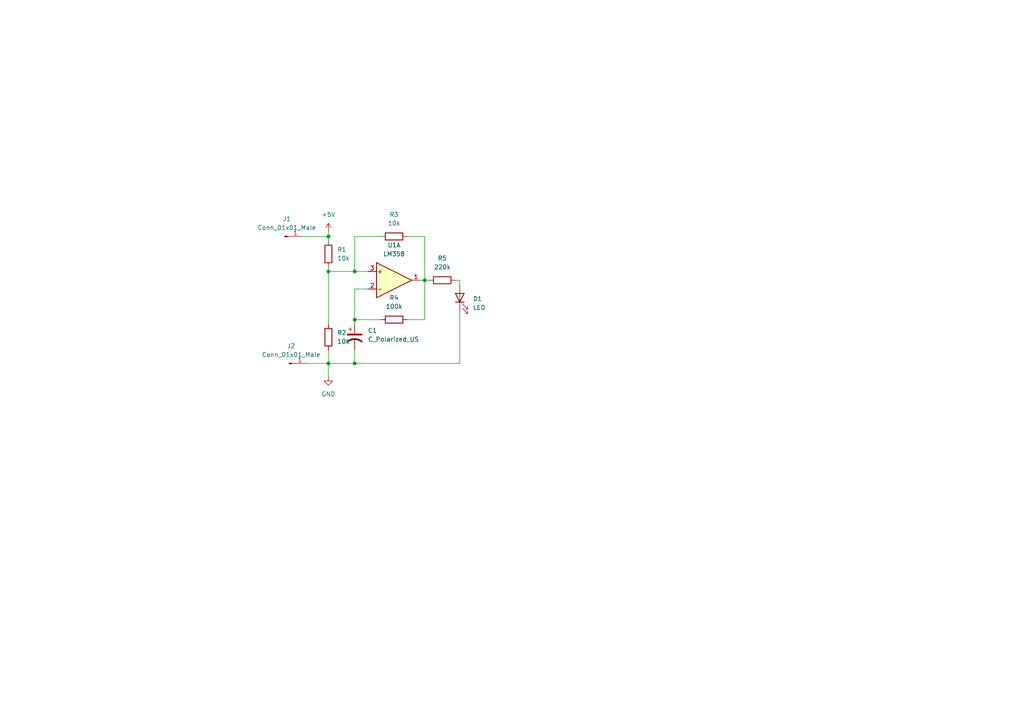
<source format=kicad_sch>
(kicad_sch (version 20230121) (generator eeschema)
  (paper "A4")
  (lib_symbols
    (symbol "Amplifier_Operational:LM358" (pin_names (offset 0.127))
      (property "Reference" "U" (at 0 5.08 0))
      (property "Value" "LM358" (at 0 -5.08 0))
      (symbol "LM358_1_1"
        (polyline (pts (xy -5.08 5.08) (xy 5.08 0) (xy -5.08 -5.08) (xy -5.08 5.08)) (stroke (width 0.254)) (fill (type background)))
        (pin output line (at 7.62 0 180) (length 2.54) (name "~") (number "1"))
        (pin input line (at -7.62 -2.54 0) (length 2.54) (name "-") (number "2"))
        (pin input line (at -7.62 2.54 0) (length 2.54) (name "+") (number "3"))
      )
      (symbol "LM358_2_1"
        (polyline (pts (xy -5.08 5.08) (xy 5.08 0) (xy -5.08 -5.08) (xy -5.08 5.08)) (stroke (width 0.254)) (fill (type background)))
        (pin input line (at -7.62 2.54 0) (length 2.54) (name "+") (number "5"))
        (pin input line (at -7.62 -2.54 0) (length 2.54) (name "-") (number "6"))
        (pin output line (at 7.62 0 180) (length 2.54) (name "~") (number "7"))
      )
      (symbol "LM358_3_1"
        (pin power_in line (at -2.54 -7.62 90) (length 3.81) (name "V-") (number "4"))
        (pin power_in line (at -2.54 7.62 270) (length 3.81) (name "V+") (number "8"))
      )
    )
    (symbol "Connector:Conn_01x01_Male" (pin_names (offset 1.016) hide)
      (property "Reference" "J" (at 0 2.54 0))
      (property "Value" "Conn_01x01_Male" (at 0 -2.54 0))
      (symbol "Conn_01x01_Male_1_1"
        (polyline (pts (xy 1.27 0) (xy 0.8636 0)) (stroke (width 0.1524)))
        (rectangle (start 0.8636 0.127) (end 0 -0.127) (stroke (width 0.1524)) (fill (type outline)))
        (pin passive line (at 5.08 0 180) (length 3.81) (name "Pin_1") (number "1"))
      )
    )
    (symbol "Device:C_Polarized_US" (pin_numbers hide) (pin_names (offset 0.254) hide)
      (property "Reference" "C" (at 0.635 2.54 0))
      (property "Value" "C_Polarized_US" (at 0.635 -2.54 0))
      (symbol "C_Polarized_US_0_1"
        (polyline (pts (xy -2.032 0.762) (xy 2.032 0.762)) (stroke (width 0.508)))
        (polyline (pts (xy -1.778 2.286) (xy -0.762 2.286)))
        (polyline (pts (xy -1.27 1.778) (xy -1.27 2.794)))
        (arc (start 2.032 -1.27) (mid 0 -0.5572) (end -2.032 -1.27) (stroke (width 0.508)))
      )
      (symbol "C_Polarized_US_1_1"
        (pin passive line (at 0 3.81 270) (length 2.794) (name "~") (number "1"))
        (pin passive line (at 0 -3.81 90) (length 3.302) (name "~") (number "2"))
      )
    )
    (symbol "Device:LED" (pin_numbers hide) (pin_names (offset 1.016) hide)
      (property "Reference" "D" (at 0 2.54 0))
      (property "Value" "LED" (at 0 -2.54 0))
      (symbol "LED_0_1"
        (polyline (pts (xy -1.27 -1.27) (xy -1.27 1.27)) (stroke (width 0.254)))
        (polyline (pts (xy -1.27 0) (xy 1.27 0)))
        (polyline (pts (xy 1.27 -1.27) (xy 1.27 1.27) (xy -1.27 0) (xy 1.27 -1.27)) (stroke (width 0.254)))
        (polyline (pts (xy -3.048 -0.762) (xy -4.572 -2.286) (xy -3.81 -2.286) (xy -4.572 -2.286) (xy -4.572 -1.524)))
        (polyline (pts (xy -1.778 -0.762) (xy -3.302 -2.286) (xy -2.54 -2.286) (xy -3.302 -2.286) (xy -3.302 -1.524)))
      )
      (symbol "LED_1_1"
        (pin passive line (at -3.81 0 0) (length 2.54) (name "K") (number "1"))
        (pin passive line (at 3.81 0 180) (length 2.54) (name "A") (number "2"))
      )
    )
    (symbol "Device:R" (pin_numbers hide) (pin_names (offset 0))
      (property "Reference" "R" (at 2.032 0 90))
      (property "Value" "R" (at 0 0 90))
      (symbol "R_0_1"
        (rectangle (start -1.016 -2.54) (end 1.016 2.54) (stroke (width 0.254)))
      )
      (symbol "R_1_1"
        (pin passive line (at 0 3.81 270) (length 1.27) (name "~") (number "1"))
        (pin passive line (at 0 -3.81 90) (length 1.27) (name "~") (number "2"))
      )
    )
    (symbol "power:+5V" (power) (pin_names (offset 0))
      (property "Value" "+5V" (at 0 3.556 0))
      (symbol "+5V_0_1"
        (polyline (pts (xy -0.762 1.27) (xy 0 2.54)))
        (polyline (pts (xy 0 0) (xy 0 2.54)))
        (polyline (pts (xy 0 2.54) (xy 0.762 1.27)))
      )
      (symbol "+5V_1_1"
        (pin power_in line (at 0 0 90) (length 0) hide (name "+5V") (number "1"))
      )
    )
    (symbol "power:GND" (power) (pin_names (offset 0))
      (property "Value" "GND" (at 0 -3.81 0))
      (symbol "GND_0_1"
        (polyline (pts (xy 0 0) (xy 0 -1.27) (xy 1.27 -1.27) (xy 0 -2.54) (xy -1.27 -1.27) (xy 0 -1.27)))
      )
      (symbol "GND_1_1"
        (pin power_in line (at 0 0 270) (length 0) hide (name "GND") (number "1"))
      )
    )
  )
  (junction (at 123.19 81.28))
  (junction (at 102.87 92.71))
  (junction (at 102.87 105.41))
  (junction (at 95.25 68.58))
  (junction (at 102.87 78.74))
  (junction (at 95.25 105.41))
  (junction (at 95.25 78.74))
  (wire (pts (xy 88.9 105.41) (xy 95.25 105.41)))
  (wire (pts (xy 95.25 67.31) (xy 95.25 68.58)))
  (wire (pts (xy 102.87 93.98) (xy 102.87 92.71)))
  (wire (pts (xy 102.87 105.41) (xy 95.25 105.41)))
  (wire (pts (xy 133.35 90.17) (xy 133.35 105.41)))
  (wire (pts (xy 118.11 68.58) (xy 123.19 68.58)))
  (wire (pts (xy 102.87 78.74) (xy 106.68 78.74)))
  (wire (pts (xy 87.63 68.58) (xy 95.25 68.58)))
  (wire (pts (xy 95.25 78.74) (xy 102.87 78.74)))
  (wire (pts (xy 118.11 92.71) (xy 123.19 92.71)))
  (wire (pts (xy 95.25 68.58) (xy 95.25 69.85)))
  (wire (pts (xy 102.87 92.71) (xy 102.87 83.82)))
  (wire (pts (xy 123.19 68.58) (xy 123.19 81.28)))
  (wire (pts (xy 95.25 78.74) (xy 95.25 93.98)))
  (wire (pts (xy 102.87 92.71) (xy 110.49 92.71)))
  (wire (pts (xy 102.87 101.6) (xy 102.87 105.41)))
  (wire (pts (xy 110.49 68.58) (xy 102.87 68.58)))
  (wire (pts (xy 123.19 81.28) (xy 124.46 81.28)))
  (wire (pts (xy 102.87 68.58) (xy 102.87 78.74)))
  (wire (pts (xy 95.25 105.41) (xy 95.25 109.22)))
  (wire (pts (xy 133.35 105.41) (xy 102.87 105.41)))
  (wire (pts (xy 133.35 81.28) (xy 133.35 82.55)))
  (wire (pts (xy 95.25 101.6) (xy 95.25 105.41)))
  (wire (pts (xy 95.25 77.47) (xy 95.25 78.74)))
  (wire (pts (xy 123.19 92.71) (xy 123.19 81.28)))
  (wire (pts (xy 132.08 81.28) (xy 133.35 81.28)))
  (wire (pts (xy 121.92 81.28) (xy 123.19 81.28)))
  (wire (pts (xy 102.87 83.82) (xy 106.68 83.82)))
  (symbol (lib_id "Device:R") (at 114.3 92.71 90) (unit 1)
    (property "Reference" "R4" (at 114.3 86.36 90))
    (property "Value" "100k" (at 114.3 88.9 90))
    (property "Footprint" "Resistor_THT:R_Axial_DIN0204_L3.6mm_D1.6mm_P2.54mm_Vertical" (effects hide))
  )
  (symbol (lib_id "Connector:Conn_01x01_Male") (at 82.55 68.58 0) (unit 1)
    (property "Reference" "J1" (at 83.185 63.5 0))
    (property "Value" "Conn_01x01_Male" (at 83.185 66.04 0))
    (property "Footprint" "Connector_PinHeader_2.54mm:PinHeader_1x01_P2.54mm_Vertical" (effects hide))
  )
  (symbol (lib_id "Device:R") (at 114.3 68.58 90) (unit 1)
    (property "Reference" "R3" (at 114.3 62.23 90))
    (property "Value" "10k" (at 114.3 64.77 90))
    (property "Footprint" "Resistor_THT:R_Axial_DIN0204_L3.6mm_D1.6mm_P2.54mm_Vertical" (effects hide))
  )
  (symbol (lib_id "Device:LED") (at 133.35 86.36 90) (unit 1)
    (property "Reference" "D1" (at 137.16 86.6774 90) (effects (justify right)))
    (property "Value" "LED" (at 137.16 89.2174 90) (effects (justify right)))
    (property "Footprint" "LED_THT:LED_D5.0mm" (effects hide))
  )
  (symbol (lib_id "Device:R") (at 128.27 81.28 90) (unit 1)
    (property "Reference" "R5" (at 128.27 74.93 90))
    (property "Value" "220k" (at 128.27 77.47 90))
    (property "Footprint" "Resistor_THT:R_Axial_DIN0204_L3.6mm_D1.6mm_P2.54mm_Vertical" (effects hide))
  )
  (symbol (lib_id "Device:R") (at 95.25 97.79 0) (unit 1)
    (property "Reference" "R2" (at 97.79 96.5199 0) (effects (justify left)))
    (property "Value" "10k" (at 97.79 99.0599 0) (effects (justify left)))
    (property "Footprint" "Resistor_THT:R_Axial_DIN0204_L3.6mm_D1.6mm_P2.54mm_Vertical" (effects hide))
  )
  (symbol (lib_id "Amplifier_Operational:LM358") (at 114.3 81.28 0) (unit 1)
    (property "Reference" "U1" (at 114.3 71.12 0))
    (property "Value" "LM358" (at 114.3 73.66 0))
    (property "Footprint" "Package_DIP:DIP-8-16_W7.62mm" (effects hide))
    (property "Datasheet" "http://www.ti.com/lit/ds/symlink/lm2904-n.pdf" (effects hide))
  )
  (symbol (lib_id "power:GND") (at 95.25 109.22 0) (unit 1)
    (property "Reference" "#PWR02" (effects hide))
    (property "Value" "GND" (at 95.25 114.3 0))
  )
  (symbol (lib_id "Device:R") (at 95.25 73.66 0) (unit 1)
    (property "Reference" "R1" (at 97.79 72.3899 0) (effects (justify left)))
    (property "Value" "10k" (at 97.79 74.9299 0) (effects (justify left)))
    (property "Footprint" "Resistor_THT:R_Axial_DIN0204_L3.6mm_D1.6mm_P2.54mm_Vertical" (effects hide))
  )
  (symbol (lib_id "Connector:Conn_01x01_Male") (at 83.82 105.41 0) (unit 1)
    (property "Reference" "J2" (at 84.455 100.33 0))
    (property "Value" "Conn_01x01_Male" (at 84.455 102.87 0))
    (property "Footprint" "Connector_PinHeader_2.54mm:PinHeader_1x01_P2.54mm_Vertical" (effects hide))
  )
  (symbol (lib_id "Device:C_Polarized_US") (at 102.87 97.79 0) (unit 1)
    (property "Reference" "C1" (at 106.68 95.8849 0) (effects (justify left)))
    (property "Value" "C_Polarized_US" (at 106.68 98.4249 0) (effects (justify left)))
    (property "Footprint" "Capacitor_THT:CP_Radial_D4.0mm_P1.50mm" (effects hide))
  )
  (symbol (lib_id "power:+5V") (at 95.25 67.31 0) (unit 1)
    (property "Reference" "#PWR01" (effects hide))
    (property "Value" "+5V" (at 95.25 62.23 0))
  )
)
</source>
